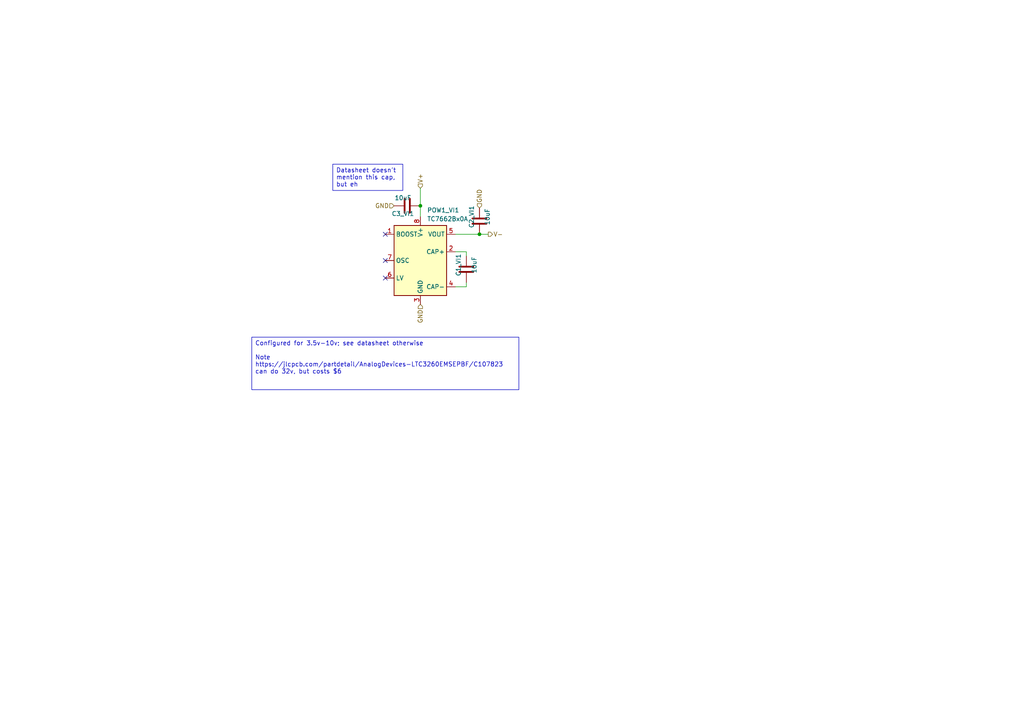
<source format=kicad_sch>
(kicad_sch (version 20230121) (generator eeschema)
  (paper "A4")
  (title_block (title "Voltage Inverter 3.5v-10v"))
  (lib_symbols
    (symbol "Converter_DCDC:TC7662Bx0A"
      (property "Reference" "U" (at -6.35 11.43 0))
      (property "Value" "TC7662Bx0A" (at 7.62 11.43 0))
      (symbol "TC7662Bx0A_0_1"
        (rectangle (start -7.62 10.16) (end 7.62 -10.16) (stroke (width 0.254)) (fill (type background)))
      )
      (symbol "TC7662Bx0A_1_1"
        (pin input line (at -10.16 7.62 0) (length 2.54) (name "BOOST") (number "1"))
        (pin passive line (at 10.16 2.54 180) (length 2.54) (name "CAP+") (number "2"))
        (pin power_in line (at 0 -12.7 90) (length 2.54) (name "GND") (number "3"))
        (pin passive line (at 10.16 -7.62 180) (length 2.54) (name "CAP-") (number "4"))
        (pin power_out line (at 10.16 7.62 180) (length 2.54) (name "VOUT") (number "5"))
        (pin input line (at -10.16 -5.08 0) (length 2.54) (name "LV") (number "6"))
        (pin passive line (at -10.16 0 0) (length 2.54) (name "OSC") (number "7"))
        (pin power_in line (at 0 12.7 270) (length 2.54) (name "V+") (number "8"))
      )
    )
    (symbol "Device:C" (pin_numbers hide) (pin_names (offset 0.254))
      (property "Reference" "C" (at 0.635 2.54 0))
      (property "Value" "C" (at 0.635 -2.54 0))
      (symbol "C_0_1"
        (polyline (pts (xy -2.032 -0.762) (xy 2.032 -0.762)) (stroke (width 0.508)))
        (polyline (pts (xy -2.032 0.762) (xy 2.032 0.762)) (stroke (width 0.508)))
      )
      (symbol "C_1_1"
        (pin passive line (at 0 3.81 270) (length 2.794) (name "~") (number "1"))
        (pin passive line (at 0 -3.81 90) (length 2.794) (name "~") (number "2"))
      )
    )
  )
  (junction (at 139.065 67.945))
  (junction (at 121.92 59.69))
  (no_connect (at 111.76 67.945))
  (no_connect (at 111.76 80.645))
  (no_connect (at 111.76 75.565))
  (wire (pts (xy 135.255 73.025) (xy 135.255 74.295)))
  (wire (pts (xy 121.92 59.69) (xy 121.92 62.865)))
  (wire (pts (xy 121.92 54.61) (xy 121.92 59.69)))
  (wire (pts (xy 132.08 67.945) (xy 139.065 67.945)))
  (wire (pts (xy 132.08 83.185) (xy 135.255 83.185)))
  (wire (pts (xy 139.065 67.945) (xy 141.605 67.945)))
  (wire (pts (xy 135.255 83.185) (xy 135.255 81.915)))
  (wire (pts (xy 132.08 73.025) (xy 135.255 73.025)))
  (text_box "Configured for 3.5v-10v; see datasheet otherwise\n\nNote https://jlcpcb.com/partdetail/AnalogDevices-LTC3260EMSEPBF/C107823 can do 32v, but costs $6" (at 73.025 97.79 0) (size 77.47 15.24) (effects (font (size 1.27 1.27)) (justify left top)))
  (text_box "Datasheet doesn't mention this cap, but eh" (at 96.52 47.625 0) (size 20.32 7.62) (effects (font (size 1.27 1.27)) (justify left top)))
  (hierarchical_label "GND" (shape input) (at 139.065 60.325 90))
  (hierarchical_label "V-" (shape output) (at 141.605 67.945 0))
  (hierarchical_label "GND" (shape input) (at 121.92 88.265 270))
  (hierarchical_label "GND" (shape input) (at 114.3 59.69 180))
  (hierarchical_label "V+" (shape input) (at 121.92 54.61 90))
  (symbol (lib_id "Device:C") (at 118.11 59.69 90) (unit 1)
    (property "Reference" "C3_VI1" (at 116.86 61.98 90))
    (property "Value" "10uF" (at 116.86 57.39 90))
    (property "Footprint" "Capacitor_SMD:C_0805_2012Metric" (effects hide))
    (property "MFR" "CL21A106KOQNNNE" (effects hide))
    (property "LCSC" "C1713" (effects hide))
  )
  (symbol (lib_id "Device:C") (at 139.065 64.135 0) (unit 1)
    (property "Reference" "C2_VI1" (at 136.775 62.885 90))
    (property "Value" "10uF" (at 141.365 62.885 90))
    (property "Footprint" "Capacitor_SMD:C_0805_2012Metric" (effects hide))
    (property "MFR" "CL21A106KOQNNNE" (effects hide))
    (property "LCSC" "C1713" (effects hide))
  )
  (symbol (lib_id "Device:C") (at 135.255 78.105 0) (unit 1)
    (property "Reference" "C1_VI1" (at 132.965 76.855 90))
    (property "Value" "10uF" (at 137.555 76.855 90))
    (property "Footprint" "Capacitor_SMD:C_0805_2012Metric" (effects hide))
    (property "MFR" "CL21A106KOQNNNE" (effects hide))
    (property "LCSC" "C1713" (effects hide))
  )
  (symbol (lib_id "Converter_DCDC:TC7662Bx0A") (at 121.92 75.565 0) (unit 1)
    (property "Reference" "POW1_VI1" (at 123.8759 60.96 0) (effects (justify left)))
    (property "Value" "TC7662Bx0A" (at 123.8759 63.5 0) (effects (justify left)))
    (property "Footprint" "Package_SO:SOIC-8_3.9x4.9mm_P1.27mm" (effects hide))
    (property "Datasheet" "http://ww1.microchip.com/downloads/en/DeviceDoc/21469a.pdf" (effects hide))
    (property "MFR" "ME7660CS1G" (effects hide))
    (property "LCSC" "C88402" (effects hide))
    (property "Description" "Charge pump -10V~-2.5V 2.5V~10V SOP-8  DC-DC Converters ROHS" (effects hide))
    (property "URL" "https://jlcpcb.com/partdetail/89581-ME7660CS1G/C88402" (effects hide))
  )
)
</source>
